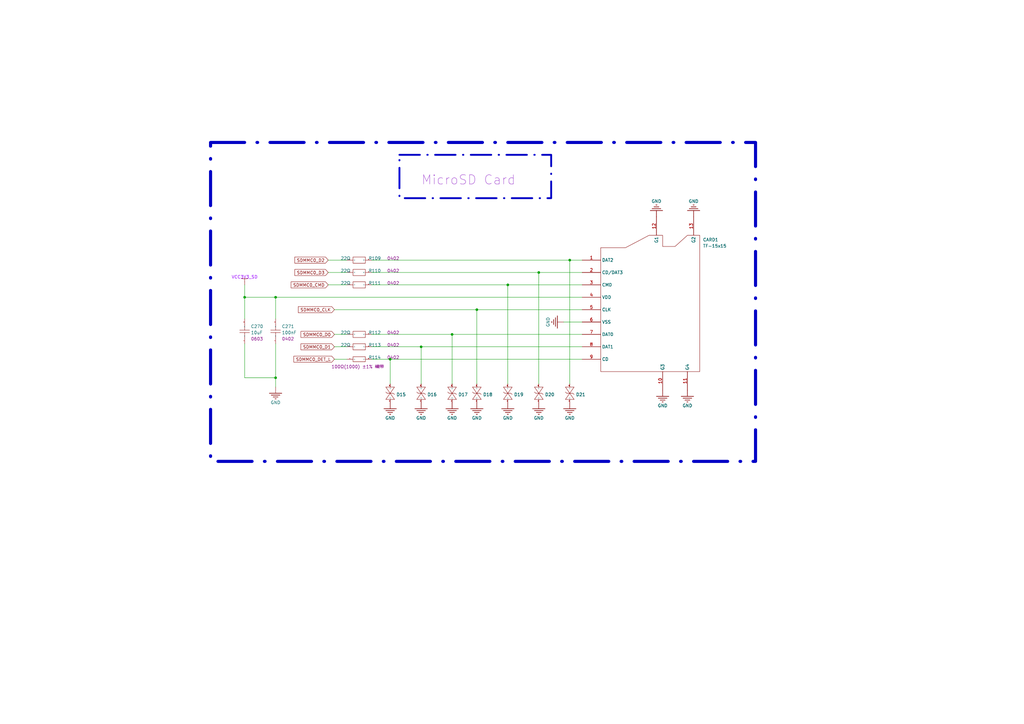
<source format=kicad_sch>
(kicad_sch (version 20250114) (generator "eeschema") (generator_version "9.0")
  (paper "A3")
  (lib_symbols
    (symbol "LCSC Taish-easyedapro:0402WGF1000TCE"
      (property "Reference" "R" (at 0 0 0))
      (symbol "0402WGF1000TCE_1_0"
        (rectangle (start -2.54 -1.016) (end 2.54 1.016))
        (pin input line (at -5.08 0 0) (length 2.54) (name "1") (number "1"))
        (pin input line (at 5.08 0 180) (length 2.54) (name "2") (number "2"))
      )
    )
    (symbol "LCSC Taish-easyedapro:0603X106M100"
      (property "Reference" "C" (at 0 0 0))
      (symbol "0603X106M100_1_0"
        (polyline (pts (xy -0.508 0) (xy -2.54 0)))
        (polyline (pts (xy -0.508 -2.032) (xy -0.508 2.032)))
        (polyline (pts (xy 0.508 2.032) (xy 0.508 -2.032)))
        (polyline (pts (xy 2.54 0) (xy 0.508 0)))
        (pin input line (at -5.08 0 0) (length 2.54) (name "1") (number "1"))
        (pin input line (at 5.08 0 180) (length 2.54) (name "2") (number "2"))
      )
    )
    (symbol "LCSC Taish-easyedapro:CL05B104KB54PNC"
      (property "Reference" "C" (at 0 0 0))
      (symbol "CL05B104KB54PNC_1_0"
        (polyline (pts (xy -0.508 2.032) (xy -0.508 -2.032)))
        (polyline (pts (xy -0.508 0) (xy -2.54 0)))
        (polyline (pts (xy 0.508 -2.032) (xy 0.508 2.032)))
        (polyline (pts (xy 2.54 0) (xy 0.508 0)))
        (pin input line (at -5.08 0 0) (length 2.54) (name "1") (number "1"))
        (pin input line (at 5.08 0 180) (length 2.54) (name "2") (number "2"))
      )
    )
    (symbol "LCSC Taish-easyedapro:ERJPA2F22R0X"
      (property "Reference" "R" (at 0 0 0))
      (symbol "ERJPA2F22R0X_1_0"
        (rectangle (start -2.54 -1.27) (end 2.54 1.27))
        (pin input line (at -5.08 0 0) (length 2.54) (name "1") (number "1"))
        (pin input line (at 5.08 0 180) (length 2.54) (name "2") (number "2"))
      )
    )
    (symbol "LCSC Taish-easyedapro:Ground-GND" (power) (pin_numbers (hide yes)) (pin_names (hide yes))
      (symbol "Ground-GND_1_0"
        (polyline (pts (xy -2.54 -2.54) (xy 2.54 -2.54)) (stroke (width 0.254)))
        (polyline (pts (xy -1.778 -3.302) (xy 1.778 -3.302)) (stroke (width 0.254)))
        (polyline (pts (xy -1.016 -4.064) (xy 1.016 -4.064)) (stroke (width 0.254)))
        (polyline (pts (xy -0.254 -4.826) (xy 0.254 -4.826)) (stroke (width 0.254)))
        (pin power_in line (at 0 0 270) (length 2.54) (name "GND") (number "1"))
      )
    )
    (symbol "LCSC Taish-easyedapro:KLXES15AAA1"
      (property "Reference" "D" (at 0 0 0))
      (symbol "KLXES15AAA1_1_0"
        (polyline (pts (xy -2.54 -1.778) (xy 0 0) (xy 0 0) (xy -2.54 1.778) (xy -2.54 1.778) (xy -2.54 -1.778)))
        (polyline (pts (xy 0.508 1.778) (xy 0 1.27) (xy 0 1.27) (xy 0 -1.27) (xy 0 -1.27) (xy -0.508 -1.778)))
        (polyline (pts (xy 2.54 1.778) (xy 0 0) (xy 0 0) (xy 2.54 -1.778) (xy 2.54 -1.778) (xy 2.54 1.778)))
        (polyline (pts (xy 3.81 0) (xy 2.54 0)))
        (pin input line (at -3.81 0 0) (length 1.27) (name "K") (number "1"))
        (pin input line (at 3.81 0 180) (length 1.27) (name "A") (number "2"))
      )
    )
    (symbol "LCSC Taish-easyedapro:Power-VCC" (power) (pin_numbers (hide yes)) (pin_names (hide yes))
      (symbol "Power-VCC_1_0"
        (polyline (pts (xy -1.27 2.54) (xy 1.27 2.54)))
        (polyline (pts (xy 0 2.54) (xy 0 1.27)))
        (pin power_in line (at 0 0 90) (length 1.27) (name "VCC3V3_SD") (number "1"))
      )
    )
    (symbol "LCSC Taish-easyedapro:TF-15×15"
      (property "Reference" "CARD" (at 0 0 0))
      (symbol "TF-15×15_1_0"
        (polyline (pts (xy -16.51 22.86) (xy -6.35 22.86) (xy -6.35 22.86) (xy 3.302 27.94) (xy 3.302 27.94) (xy 8.89 27.94) (xy 8.89 27.94) (xy 8.89 23.368) (xy 8.89 23.368) (xy 13.97 23.368) (xy 13.97 23.368) (xy 19.05 27.94) (xy 19.05 27.94) (xy 24.13 27.94) (xy 24.13 27.94) (xy 24.13 -27.94) (xy 24.13 -27.94) (xy -16.51 -27.94) (xy -16.51 -27.94) (xy -16.51 22.86)))
        (pin input line (at -24.13 17.78 0) (length 7.62) (name "DAT2") (number "1"))
        (pin input line (at -24.13 12.7 0) (length 7.62) (name "CD/DAT3") (number "2"))
        (pin input line (at -24.13 7.62 0) (length 7.62) (name "CMD") (number "3"))
        (pin input line (at -24.13 2.54 0) (length 7.62) (name "VDD") (number "4"))
        (pin input line (at -24.13 -2.54 0) (length 7.62) (name "CLK") (number "5"))
        (pin input line (at -24.13 -7.62 0) (length 7.62) (name "VSS") (number "6"))
        (pin input line (at -24.13 -12.7 0) (length 7.62) (name "DAT0") (number "7"))
        (pin input line (at -24.13 -17.78 0) (length 7.62) (name "DAT1") (number "8"))
        (pin input line (at -24.13 -22.86 0) (length 7.62) (name "CD") (number "9"))
        (pin input line (at 6.35 35.56 270) (length 7.62) (name "G1") (number "12"))
        (pin input line (at 8.89 -35.56 90) (length 7.62) (name "G3") (number "10"))
        (pin input line (at 19.05 -35.56 90) (length 7.62) (name "G4") (number "11"))
        (pin input line (at 21.59 35.56 270) (length 7.62) (name "G2") (number "13"))
      )
    )
  )
  (rectangle (start 86.36 58.42) (end 309.88 189.23) (stroke (width 1.27) (type dash_dot)))
  (rectangle (start 163.83 63.5) (end 226.06 81.28) (stroke (width 0.762) (type dash_dot)))
  (text "MicroSD Card" (at 172.72 76.2 0) (effects (font (size 3.81 3.81)) (justify left bottom)))
  (junction (at 113.03 154.94))
  (junction (at 172.72 142.24))
  (junction (at 220.98 111.76))
  (junction (at 208.28 116.84))
  (junction (at 185.42 137.16))
  (junction (at 233.68 106.68))
  (junction (at 100.33 121.92))
  (junction (at 195.58 127))
  (junction (at 113.03 121.92))
  (junction (at 160.02 147.32))
  (wire (pts (xy 185.42 137.16) (xy 152.4 137.16)))
  (wire (pts (xy 137.16 147.32) (xy 142.24 147.32)))
  (wire (pts (xy 238.76 137.16) (xy 185.42 137.16)))
  (wire (pts (xy 137.16 142.24) (xy 142.24 142.24)))
  (wire (pts (xy 172.72 142.24) (xy 172.72 157.48)))
  (wire (pts (xy 238.76 116.84) (xy 208.28 116.84)))
  (wire (pts (xy 233.68 106.68) (xy 233.68 157.48)))
  (wire (pts (xy 185.42 137.16) (xy 185.42 157.48)))
  (wire (pts (xy 100.33 140.97) (xy 100.33 154.94)))
  (wire (pts (xy 208.28 116.84) (xy 208.28 157.48)))
  (wire (pts (xy 113.03 140.97) (xy 113.03 154.94)))
  (wire (pts (xy 113.03 130.81) (xy 113.03 121.92)))
  (wire (pts (xy 238.76 106.68) (xy 233.68 106.68)))
  (wire (pts (xy 134.62 111.76) (xy 142.24 111.76)))
  (wire (pts (xy 113.03 121.92) (xy 100.33 121.92)))
  (wire (pts (xy 100.33 121.92) (xy 100.33 116.84)))
  (wire (pts (xy 113.03 158.75) (xy 113.03 154.94)))
  (wire (pts (xy 195.58 127) (xy 137.16 127)))
  (wire (pts (xy 233.68 106.68) (xy 152.4 106.68)))
  (wire (pts (xy 195.58 127) (xy 195.58 157.48)))
  (wire (pts (xy 238.76 147.32) (xy 160.02 147.32)))
  (wire (pts (xy 100.33 121.92) (xy 100.33 130.81)))
  (wire (pts (xy 238.76 127) (xy 195.58 127)))
  (wire (pts (xy 220.98 111.76) (xy 152.4 111.76)))
  (wire (pts (xy 137.16 137.16) (xy 142.24 137.16)))
  (wire (pts (xy 220.98 111.76) (xy 220.98 157.48)))
  (wire (pts (xy 113.03 154.94) (xy 100.33 154.94)))
  (wire (pts (xy 160.02 147.32) (xy 160.02 157.48)))
  (wire (pts (xy 208.28 116.84) (xy 152.4 116.84)))
  (wire (pts (xy 113.03 121.92) (xy 238.76 121.92)))
  (wire (pts (xy 238.76 111.76) (xy 220.98 111.76)))
  (wire (pts (xy 134.62 116.84) (xy 142.24 116.84)))
  (wire (pts (xy 160.02 147.32) (xy 152.4 147.32)))
  (wire (pts (xy 231.14 132.08) (xy 238.76 132.08)))
  (wire (pts (xy 172.72 142.24) (xy 152.4 142.24)))
  (wire (pts (xy 134.62 106.68) (xy 142.24 106.68)))
  (wire (pts (xy 238.76 142.24) (xy 172.72 142.24)))
  (global_label "SDMMC0_CLK" (shape input) (at 137.16 127 180) (property "Intersheetrefs" "${INTERSHEET_REFS}" (effects (hide yes))))
  (global_label "SDMMC0_D2" (shape input) (at 134.62 106.68 180) (property "Intersheetrefs" "${INTERSHEET_REFS}" (effects (hide yes))))
  (global_label "SDMMC0_D3" (shape input) (at 134.62 111.76 180) (property "Intersheetrefs" "${INTERSHEET_REFS}" (effects (hide yes))))
  (global_label "SDMMC0_DET_L" (shape input) (at 137.16 147.32 180) (property "Intersheetrefs" "${INTERSHEET_REFS}" (effects (hide yes))))
  (global_label "SDMMC0_D0" (shape input) (at 137.16 137.16 180) (property "Intersheetrefs" "${INTERSHEET_REFS}" (effects (hide yes))))
  (global_label "SDMMC0_D1" (shape input) (at 137.16 142.24 180) (property "Intersheetrefs" "${INTERSHEET_REFS}" (effects (hide yes))))
  (global_label "SDMMC0_CMD" (shape input) (at 134.62 116.84 180) (property "Intersheetrefs" "${INTERSHEET_REFS}" (effects (hide yes))))
  (symbol (lib_id "LCSC Taish-easyedapro:Ground-GND") (at 271.78 160.02 0) (unit 1)
    (property "Reference" "#PWR0286" (effects (hide yes)))
    (property "Value" "GND" (at 271.78 166.37 0))
    (property "Footprint" "LCSC Taish-easyedapro:" (effects (hide yes)))
  )
  (symbol (lib_id "LCSC Taish-easyedapro:Ground-GND") (at 160.02 165.1 0) (unit 1)
    (property "Reference" "#PWR0294" (effects (hide yes)))
    (property "Value" "GND" (at 160.02 171.45 0))
    (property "Footprint" "LCSC Taish-easyedapro:" (effects (hide yes)))
  )
  (symbol (lib_id "LCSC Taish-easyedapro:KLXES15AAA1") (at 233.68 161.29 90) (unit 1)
    (property "Reference" "D21" (at 236.22 162.56 90) (effects (justify right top)))
    (property "Value" "KLXES15AAA1" (effects (hide yes)))
    (property "Footprint" "LCSC Taish-easyedapro:D0402-BI" (effects (hide yes)))
    (property "Datasheet" "https://atta.szlcsc.com/upload/public/pdf/source/20210908/40FD94D5521B4EF0ED53BC030E77ED53.pdf" (effects (hide yes)))
    (property "Description" "极性:双向;反向截止电压(Vrwm):5V;钳位电压(Vc)@Ipp:40V;" (effects (hide yes)))
    (property "Manufacturer Part" "KLXES15AAA1" (effects (hide yes)))
    (property "Manufacturer" "KUU" (effects (hide yes)))
    (property "Supplier Part" "C2892490" (effects (hide yes)))
    (property "Supplier" "LCSC" (effects (hide yes)))
    (property "LCSC Part Name" "KLXES15AAA1" (effects (hide yes)))
  )
  (symbol (lib_id "LCSC Taish-easyedapro:Ground-GND") (at 269.24 88.9 180) (unit 1)
    (property "Reference" "#PWR0291" (effects (hide yes)))
    (property "Value" "GND" (at 269.24 82.55 0))
    (property "Footprint" "LCSC Taish-easyedapro:" (effects (hide yes)))
  )
  (symbol (lib_id "LCSC Taish-easyedapro:0402WGF1000TCE") (at 147.32 147.32 0) (unit 1)
    (property "Reference" "R114" (at 151.13 147.32 0) (effects (justify left bottom)))
    (property "Value" "0402WGF1000TCE" (effects (hide yes)))
    (property "Footprint" "LCSC Taish-easyedapro:R0402" (effects (hide yes)))
    (property "Datasheet" "https://atta.szlcsc.com/upload/public/pdf/source/20170920/C25076_1505901197574982707.pdf" (effects (hide yes)))
    (property "Manufacturer Part" "0402WGF1000TCE" (effects (hide yes)))
    (property "Manufacturer" "UNI-ROYAL(厚声)" (effects (hide yes)))
    (property "Supplier Part" "C25076" (effects (hide yes)))
    (property "Supplier" "LCSC" (effects (hide yes)))
    (property "LCSC Part Name" "100Ω(1000) ±1% 编带" (at 135.89 151.13 0) (effects (justify left bottom)))
    (property "Supplier Footprint" "0402" (at 158.75 147.32 0) (effects (justify left bottom)))
  )
  (symbol (lib_id "LCSC Taish-easyedapro:Ground-GND") (at 281.94 160.02 0) (unit 1)
    (property "Reference" "#PWR0293" (effects (hide yes)))
    (property "Value" "GND" (at 281.94 166.37 0))
    (property "Footprint" "LCSC Taish-easyedapro:" (effects (hide yes)))
  )
  (symbol (lib_id "LCSC Taish-easyedapro:ERJPA2F22R0X") (at 147.32 116.84 0) (unit 1)
    (property "Reference" "R111" (at 151.13 116.84 0) (effects (justify left bottom)))
    (property "Value" "22Ω" (at 139.7 116.84 0) (effects (justify left bottom)))
    (property "Footprint" "LCSC Taish-easyedapro:R0402" (effects (hide yes)))
    (property "Datasheet" "https://atta.szlcsc.com/upload/public/pdf/source/20200306/C422600_1E6D84923E4A46A82E41ADD87F860B5C.pdf" (effects (hide yes)))
    (property "Description" "电阻类型:厚膜电阻;阻值:22Ω;精度:±1%;功率:200mW;温度系数:±100ppm/°C;最大工作电压:-;工作温度范围:-55°C~+155°C;" (effects (hide yes)))
    (property "Manufacturer Part" "0402WGF220JTCE" (effects (hide yes)))
    (property "Manufacturer" "UNI-ROYAL(厚声)" (effects (hide yes)))
    (property "Supplier Part" "C25092" (effects (hide yes)))
    (property "Supplier" "LCSC" (effects (hide yes)))
    (property "LCSC Part Name" "厚膜电阻 22Ω ±1% 62.5mW" (effects (hide yes)))
    (property "Supplier Footprint" "0402" (at 158.75 116.84 0) (effects (justify left bottom)))
  )
  (symbol (lib_id "LCSC Taish-easyedapro:KLXES15AAA1") (at 185.42 161.29 90) (unit 1)
    (property "Reference" "D17" (at 187.96 162.56 90) (effects (justify right top)))
    (property "Value" "KLXES15AAA1" (effects (hide yes)))
    (property "Footprint" "LCSC Taish-easyedapro:D0402-BI" (effects (hide yes)))
    (property "Datasheet" "https://atta.szlcsc.com/upload/public/pdf/source/20210908/40FD94D5521B4EF0ED53BC030E77ED53.pdf" (effects (hide yes)))
    (property "Description" "极性:双向;反向截止电压(Vrwm):5V;钳位电压(Vc)@Ipp:40V;" (effects (hide yes)))
    (property "Manufacturer Part" "KLXES15AAA1" (effects (hide yes)))
    (property "Manufacturer" "KUU" (effects (hide yes)))
    (property "Supplier Part" "C2892490" (effects (hide yes)))
    (property "Supplier" "LCSC" (effects (hide yes)))
    (property "LCSC Part Name" "KLXES15AAA1" (effects (hide yes)))
  )
  (symbol (lib_id "LCSC Taish-easyedapro:ERJPA2F22R0X") (at 147.32 106.68 0) (unit 1)
    (property "Reference" "R109" (at 151.13 106.68 0) (effects (justify left bottom)))
    (property "Value" "22Ω" (at 139.7 106.68 0) (effects (justify left bottom)))
    (property "Footprint" "LCSC Taish-easyedapro:R0402" (effects (hide yes)))
    (property "Datasheet" "https://atta.szlcsc.com/upload/public/pdf/source/20200306/C422600_1E6D84923E4A46A82E41ADD87F860B5C.pdf" (effects (hide yes)))
    (property "Description" "电阻类型:厚膜电阻;阻值:22Ω;精度:±1%;功率:200mW;温度系数:±100ppm/°C;最大工作电压:-;工作温度范围:-55°C~+155°C;" (effects (hide yes)))
    (property "Manufacturer Part" "0402WGF220JTCE" (effects (hide yes)))
    (property "Manufacturer" "UNI-ROYAL(厚声)" (effects (hide yes)))
    (property "Supplier Part" "C25092" (effects (hide yes)))
    (property "Supplier" "LCSC" (effects (hide yes)))
    (property "LCSC Part Name" "厚膜电阻 22Ω ±1% 62.5mW" (effects (hide yes)))
    (property "Supplier Footprint" "0402" (at 158.75 106.68 0) (effects (justify left bottom)))
  )
  (symbol (lib_id "LCSC Taish-easyedapro:KLXES15AAA1") (at 172.72 161.29 90) (unit 1)
    (property "Reference" "D16" (at 175.26 162.56 90) (effects (justify right top)))
    (property "Value" "KLXES15AAA1" (effects (hide yes)))
    (property "Footprint" "LCSC Taish-easyedapro:D0402-BI" (effects (hide yes)))
    (property "Datasheet" "https://atta.szlcsc.com/upload/public/pdf/source/20210908/40FD94D5521B4EF0ED53BC030E77ED53.pdf" (effects (hide yes)))
    (property "Description" "极性:双向;反向截止电压(Vrwm):5V;钳位电压(Vc)@Ipp:40V;" (effects (hide yes)))
    (property "Manufacturer Part" "KLXES15AAA1" (effects (hide yes)))
    (property "Manufacturer" "KUU" (effects (hide yes)))
    (property "Supplier Part" "C2892490" (effects (hide yes)))
    (property "Supplier" "LCSC" (effects (hide yes)))
    (property "LCSC Part Name" "KLXES15AAA1" (effects (hide yes)))
  )
  (symbol (lib_id "LCSC Taish-easyedapro:Ground-GND") (at 185.42 165.1 0) (unit 1)
    (property "Reference" "#PWR0296" (effects (hide yes)))
    (property "Value" "GND" (at 185.42 171.45 0))
    (property "Footprint" "LCSC Taish-easyedapro:" (effects (hide yes)))
  )
  (symbol (lib_id "LCSC Taish-easyedapro:KLXES15AAA1") (at 208.28 161.29 90) (unit 1)
    (property "Reference" "D19" (at 210.82 162.56 90) (effects (justify right top)))
    (property "Value" "KLXES15AAA1" (effects (hide yes)))
    (property "Footprint" "LCSC Taish-easyedapro:D0402-BI" (effects (hide yes)))
    (property "Datasheet" "https://atta.szlcsc.com/upload/public/pdf/source/20210908/40FD94D5521B4EF0ED53BC030E77ED53.pdf" (effects (hide yes)))
    (property "Description" "极性:双向;反向截止电压(Vrwm):5V;钳位电压(Vc)@Ipp:40V;" (effects (hide yes)))
    (property "Manufacturer Part" "KLXES15AAA1" (effects (hide yes)))
    (property "Manufacturer" "KUU" (effects (hide yes)))
    (property "Supplier Part" "C2892490" (effects (hide yes)))
    (property "Supplier" "LCSC" (effects (hide yes)))
    (property "LCSC Part Name" "KLXES15AAA1" (effects (hide yes)))
  )
  (symbol (lib_id "LCSC Taish-easyedapro:Power-VCC") (at 100.33 116.84 0) (unit 1)
    (property "Reference" "#PWR0298" (effects (hide yes)))
    (property "Value" "VCC3V3_SD" (at 100.33 114.3 0) (effects (justify bottom)))
    (property "Footprint" "LCSC Taish-easyedapro:" (effects (hide yes)))
  )
  (symbol (lib_id "LCSC Taish-easyedapro:TF-15×15") (at 262.89 124.46 0) (unit 1)
    (property "Reference" "CARD1" (at 288.29 99.06 0) (effects (justify left bottom)))
    (property "Value" "TF-15x15" (at 288.29 101.6 0) (effects (justify left bottom)))
    (property "Footprint" "LCSC Taish-easyedapro:TF-SMD_TF-15-15" (effects (hide yes)))
    (property "Datasheet" "https://atta.szlcsc.com/upload/public/pdf/source/20200911/C111196_6985EA70490FD8F56A5C3F4D017F3786.pdf" (effects (hide yes)))
    (property "Description" "卡连接方式:自弹式;卡类型:MicroSD卡(TF卡);连接器类型:卡座;本体最大高度:-;触头材质:-;触头镀层:-;工作温度范围:-;焊接温度(最大值):-;" (effects (hide yes)))
    (property "Manufacturer Part" "TF-15x15" (effects (hide yes)))
    (property "Manufacturer" "SOFNG(硕方)" (effects (hide yes)))
    (property "Supplier Part" "C111196" (effects (hide yes)))
    (property "Supplier" "LCSC" (effects (hide yes)))
    (property "LCSC Part Name" "自弹式 MicroSD卡(TF卡) 卡座" (effects (hide yes)))
  )
  (symbol (lib_id "LCSC Taish-easyedapro:ERJPA2F22R0X") (at 147.32 142.24 0) (unit 1)
    (property "Reference" "R113" (at 151.13 142.24 0) (effects (justify left bottom)))
    (property "Value" "22Ω" (at 139.7 142.24 0) (effects (justify left bottom)))
    (property "Footprint" "LCSC Taish-easyedapro:R0402" (effects (hide yes)))
    (property "Datasheet" "https://atta.szlcsc.com/upload/public/pdf/source/20200306/C422600_1E6D84923E4A46A82E41ADD87F860B5C.pdf" (effects (hide yes)))
    (property "Description" "电阻类型:厚膜电阻;阻值:22Ω;精度:±1%;功率:200mW;温度系数:±100ppm/°C;最大工作电压:-;工作温度范围:-55°C~+155°C;" (effects (hide yes)))
    (property "Manufacturer Part" "0402WGF220JTCE" (effects (hide yes)))
    (property "Manufacturer" "UNI-ROYAL(厚声)" (effects (hide yes)))
    (property "Supplier Part" "C25092" (effects (hide yes)))
    (property "Supplier" "LCSC" (effects (hide yes)))
    (property "LCSC Part Name" "厚膜电阻 22Ω ±1% 62.5mW" (effects (hide yes)))
    (property "Supplier Footprint" "0402" (at 158.75 142.24 0) (effects (justify left bottom)))
  )
  (symbol (lib_id "LCSC Taish-easyedapro:KLXES15AAA1") (at 160.02 161.29 90) (unit 1)
    (property "Reference" "D15" (at 162.56 162.56 90) (effects (justify right top)))
    (property "Value" "KLXES15AAA1" (effects (hide yes)))
    (property "Footprint" "LCSC Taish-easyedapro:D0402-BI" (effects (hide yes)))
    (property "Datasheet" "https://atta.szlcsc.com/upload/public/pdf/source/20210908/40FD94D5521B4EF0ED53BC030E77ED53.pdf" (effects (hide yes)))
    (property "Description" "极性:双向;反向截止电压(Vrwm):5V;钳位电压(Vc)@Ipp:40V;" (effects (hide yes)))
    (property "Manufacturer Part" "KLXES15AAA1" (effects (hide yes)))
    (property "Manufacturer" "KUU" (effects (hide yes)))
    (property "Supplier Part" "C2892490" (effects (hide yes)))
    (property "Supplier" "LCSC" (effects (hide yes)))
    (property "LCSC Part Name" "KLXES15AAA1" (effects (hide yes)))
  )
  (symbol (lib_id "LCSC Taish-easyedapro:Ground-GND") (at 172.72 165.1 0) (unit 1)
    (property "Reference" "#PWR0295" (effects (hide yes)))
    (property "Value" "GND" (at 172.72 171.45 0))
    (property "Footprint" "LCSC Taish-easyedapro:" (effects (hide yes)))
  )
  (symbol (lib_id "LCSC Taish-easyedapro:0603X106M100") (at 100.33 135.89 90) (unit 1)
    (property "Reference" "C270" (at 102.87 134.62 90) (effects (justify right top)))
    (property "Value" "10uF" (at 102.87 137.16 90) (effects (justify right top)))
    (property "Footprint" "LCSC Taish-easyedapro:C0603" (effects (hide yes)))
    (property "Datasheet" "https://atta.szlcsc.com/upload/public/pdf/source/20160103/1457707703378.pdf" (effects (hide yes)))
    (property "Description" "容值:10uF;精度:±20%;额定电压:10V;材质(温度系数):X5R;" (effects (hide yes)))
    (property "Manufacturer Part" "CL10A106KP8NNNC" (effects (hide yes)))
    (property "Manufacturer" "SAMSUNG(三星)" (effects (hide yes)))
    (property "Supplier Part" "C19702" (effects (hide yes)))
    (property "Supplier" "LCSC" (effects (hide yes)))
    (property "LCSC Part Name" "10uF ±10% 10V" (effects (hide yes)))
    (property "Supplier Footprint" "0603" (at 102.87 139.7 90) (effects (justify right top)))
  )
  (symbol (lib_id "LCSC Taish-easyedapro:Ground-GND") (at 208.28 165.1 0) (unit 1)
    (property "Reference" "#PWR0287" (effects (hide yes)))
    (property "Value" "GND" (at 208.28 171.45 0))
    (property "Footprint" "LCSC Taish-easyedapro:" (effects (hide yes)))
  )
  (symbol (lib_id "LCSC Taish-easyedapro:ERJPA2F22R0X") (at 147.32 137.16 0) (unit 1)
    (property "Reference" "R112" (at 151.13 137.16 0) (effects (justify left bottom)))
    (property "Value" "22Ω" (at 139.7 137.16 0) (effects (justify left bottom)))
    (property "Footprint" "LCSC Taish-easyedapro:R0402" (effects (hide yes)))
    (property "Datasheet" "https://atta.szlcsc.com/upload/public/pdf/source/20200306/C422600_1E6D84923E4A46A82E41ADD87F860B5C.pdf" (effects (hide yes)))
    (property "Description" "电阻类型:厚膜电阻;阻值:22Ω;精度:±1%;功率:200mW;温度系数:±100ppm/°C;最大工作电压:-;工作温度范围:-55°C~+155°C;" (effects (hide yes)))
    (property "Manufacturer Part" "0402WGF220JTCE" (effects (hide yes)))
    (property "Manufacturer" "UNI-ROYAL(厚声)" (effects (hide yes)))
    (property "Supplier Part" "C25092" (effects (hide yes)))
    (property "Supplier" "LCSC" (effects (hide yes)))
    (property "LCSC Part Name" "厚膜电阻 22Ω ±1% 62.5mW" (effects (hide yes)))
    (property "Supplier Footprint" "0402" (at 158.75 137.16 0) (effects (justify left bottom)))
  )
  (symbol (lib_id "LCSC Taish-easyedapro:KLXES15AAA1") (at 220.98 161.29 90) (unit 1)
    (property "Reference" "D20" (at 223.52 162.56 90) (effects (justify right top)))
    (property "Value" "KLXES15AAA1" (effects (hide yes)))
    (property "Footprint" "LCSC Taish-easyedapro:D0402-BI" (effects (hide yes)))
    (property "Datasheet" "https://atta.szlcsc.com/upload/public/pdf/source/20210908/40FD94D5521B4EF0ED53BC030E77ED53.pdf" (effects (hide yes)))
    (property "Description" "极性:双向;反向截止电压(Vrwm):5V;钳位电压(Vc)@Ipp:40V;" (effects (hide yes)))
    (property "Manufacturer Part" "KLXES15AAA1" (effects (hide yes)))
    (property "Manufacturer" "KUU" (effects (hide yes)))
    (property "Supplier Part" "C2892490" (effects (hide yes)))
    (property "Supplier" "LCSC" (effects (hide yes)))
    (property "LCSC Part Name" "KLXES15AAA1" (effects (hide yes)))
  )
  (symbol (lib_id "LCSC Taish-easyedapro:Ground-GND") (at 113.03 158.75 0) (unit 1)
    (property "Reference" "#PWR0285" (effects (hide yes)))
    (property "Value" "GND" (at 113.03 165.1 0))
    (property "Footprint" "LCSC Taish-easyedapro:" (effects (hide yes)))
  )
  (symbol (lib_id "LCSC Taish-easyedapro:ERJPA2F22R0X") (at 147.32 111.76 0) (unit 1)
    (property "Reference" "R110" (at 151.13 111.76 0) (effects (justify left bottom)))
    (property "Value" "22Ω" (at 139.7 111.76 0) (effects (justify left bottom)))
    (property "Footprint" "LCSC Taish-easyedapro:R0402" (effects (hide yes)))
    (property "Datasheet" "https://atta.szlcsc.com/upload/public/pdf/source/20200306/C422600_1E6D84923E4A46A82E41ADD87F860B5C.pdf" (effects (hide yes)))
    (property "Description" "电阻类型:厚膜电阻;阻值:22Ω;精度:±1%;功率:200mW;温度系数:±100ppm/°C;最大工作电压:-;工作温度范围:-55°C~+155°C;" (effects (hide yes)))
    (property "Manufacturer Part" "0402WGF220JTCE" (effects (hide yes)))
    (property "Manufacturer" "UNI-ROYAL(厚声)" (effects (hide yes)))
    (property "Supplier Part" "C25092" (effects (hide yes)))
    (property "Supplier" "LCSC" (effects (hide yes)))
    (property "LCSC Part Name" "厚膜电阻 22Ω ±1% 62.5mW" (effects (hide yes)))
    (property "Supplier Footprint" "0402" (at 158.75 111.76 0) (effects (justify left bottom)))
  )
  (symbol (lib_id "LCSC Taish-easyedapro:Ground-GND") (at 195.58 165.1 0) (unit 1)
    (property "Reference" "#PWR0297" (effects (hide yes)))
    (property "Value" "GND" (at 195.58 171.45 0))
    (property "Footprint" "LCSC Taish-easyedapro:" (effects (hide yes)))
  )
  (symbol (lib_id "LCSC Taish-easyedapro:KLXES15AAA1") (at 195.58 161.29 90) (unit 1)
    (property "Reference" "D18" (at 198.12 162.56 90) (effects (justify right top)))
    (property "Value" "KLXES15AAA1" (effects (hide yes)))
    (property "Footprint" "LCSC Taish-easyedapro:D0402-BI" (effects (hide yes)))
    (property "Datasheet" "https://atta.szlcsc.com/upload/public/pdf/source/20210908/40FD94D5521B4EF0ED53BC030E77ED53.pdf" (effects (hide yes)))
    (property "Description" "极性:双向;反向截止电压(Vrwm):5V;钳位电压(Vc)@Ipp:40V;" (effects (hide yes)))
    (property "Manufacturer Part" "KLXES15AAA1" (effects (hide yes)))
    (property "Manufacturer" "KUU" (effects (hide yes)))
    (property "Supplier Part" "C2892490" (effects (hide yes)))
    (property "Supplier" "LCSC" (effects (hide yes)))
    (property "LCSC Part Name" "KLXES15AAA1" (effects (hide yes)))
  )
  (symbol (lib_id "LCSC Taish-easyedapro:Ground-GND") (at 231.14 132.08 270) (unit 1)
    (property "Reference" "#PWR0290" (effects (hide yes)))
    (property "Value" "GND" (at 224.79 132.08 0))
    (property "Footprint" "LCSC Taish-easyedapro:" (effects (hide yes)))
  )
  (symbol (lib_id "LCSC Taish-easyedapro:CL05B104KB54PNC") (at 113.03 135.89 90) (unit 1)
    (property "Reference" "C271" (at 115.57 134.62 90) (effects (justify right top)))
    (property "Value" "100nF" (at 115.57 137.16 90) (effects (justify right top)))
    (property "Footprint" "Capacitor_SMD:C_0402_1005Metric" (effects (hide yes)))
    (property "Datasheet" "https://atta.szlcsc.com/upload/public/pdf/source/20181009/C307331_222F7C870FD3EA5F46F538B483443886.pdf" (effects (hide yes)))
    (property "Description" "容值:100nF;精度:±10%;额定电压:50V;材质(温度系数):X7R;" (effects (hide yes)))
    (property "Manufacturer Part" "CL05B104KB54PNC" (effects (hide yes)))
    (property "Manufacturer" "SAMSUNG(三星)" (effects (hide yes)))
    (property "Supplier Part" "C307331" (effects (hide yes)))
    (property "Supplier" "LCSC" (effects (hide yes)))
    (property "LCSC Part Name" "100nF ±10% 50V" (effects (hide yes)))
    (property "Supplier Footprint" "0402" (at 115.57 139.7 90) (effects (justify right top)))
  )
  (symbol (lib_id "LCSC Taish-easyedapro:Ground-GND") (at 220.98 165.1 0) (unit 1)
    (property "Reference" "#PWR0288" (effects (hide yes)))
    (property "Value" "GND" (at 220.98 171.45 0))
    (property "Footprint" "LCSC Taish-easyedapro:" (effects (hide yes)))
  )
  (symbol (lib_id "LCSC Taish-easyedapro:Ground-GND") (at 233.68 165.1 0) (unit 1)
    (property "Reference" "#PWR0289" (effects (hide yes)))
    (property "Value" "GND" (at 233.68 171.45 0))
    (property "Footprint" "LCSC Taish-easyedapro:" (effects (hide yes)))
  )
  (symbol (lib_id "LCSC Taish-easyedapro:Ground-GND") (at 284.48 88.9 180) (unit 1)
    (property "Reference" "#PWR0292" (effects (hide yes)))
    (property "Value" "GND" (at 284.48 82.55 0))
    (property "Footprint" "LCSC Taish-easyedapro:" (effects (hide yes)))
  )
)
</source>
